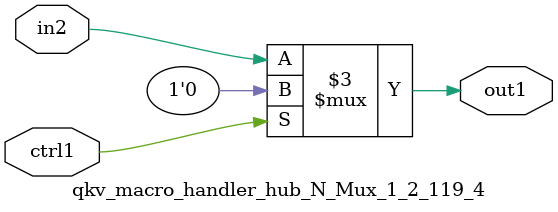
<source format=v>

`timescale 1ps / 1ps


module qkv_macro_handler_hub_N_Mux_1_2_119_4( in2, ctrl1, out1 );

    input in2;
    input ctrl1;
    output out1;
    reg out1;

    
    // rtl_process:qkv_macro_handler_hub_N_Mux_1_2_119_4/qkv_macro_handler_hub_N_Mux_1_2_119_4_thread_1
    always @*
      begin : qkv_macro_handler_hub_N_Mux_1_2_119_4_thread_1
        case (ctrl1) 
          1'b1: 
            begin
              out1 = 1'b0;
            end
          default: 
            begin
              out1 = in2;
            end
        endcase
      end

endmodule



</source>
